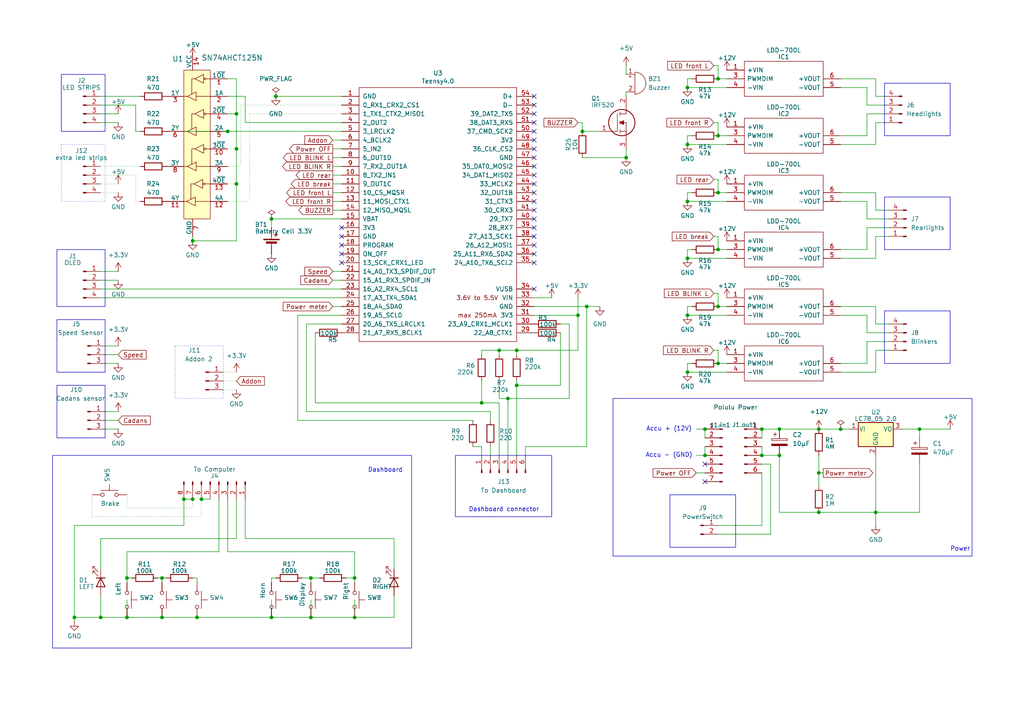
<source format=kicad_sch>
(kicad_sch (version 20231120) (generator "eeschema") (generator_version "8.0")
  (paper "A4")
  (title_block (title "VeloDashboard") (rev "v2") (company "Jan den Besten") (comment 1 "www.jandenbesten.net"))
  (junction (at 226.06 124.46))
  (junction (at 170.18 88.9))
  (junction (at 168.91 38.1))
  (junction (at 102.87 179.07))
  (junction (at 29.21 179.07))
  (junction (at 102.87 167.64))
  (junction (at 46.99 179.07))
  (junction (at 208.28 22.86))
  (junction (at 149.86 111.76))
  (junction (at 243.84 124.46))
  (junction (at 181.61 45.72))
  (junction (at 204.47 124.46))
  (junction (at 68.58 53.34))
  (junction (at 208.28 55.88))
  (junction (at 68.58 43.18))
  (junction (at 208.28 39.37))
  (junction (at 66.04 38.1))
  (junction (at 237.49 124.46))
  (junction (at 36.83 167.64))
  (junction (at 90.17 167.64))
  (junction (at 208.28 105.41))
  (junction (at 55.88 144.78))
  (junction (at 58.42 144.78))
  (junction (at 36.83 179.07))
  (junction (at 237.49 137.16))
  (junction (at 199.39 107.95))
  (junction (at 237.49 148.59))
  (junction (at 220.98 132.08))
  (junction (at 53.34 144.78))
  (junction (at 57.15 179.07))
  (junction (at 90.17 179.07))
  (junction (at 46.99 167.64))
  (junction (at 80.01 27.94))
  (junction (at 78.74 63.5))
  (junction (at 199.39 25.4))
  (junction (at 199.39 58.42))
  (junction (at 139.7 116.84))
  (junction (at 204.47 132.08))
  (junction (at 78.74 179.07))
  (junction (at 266.7 124.46))
  (junction (at 199.39 74.93))
  (junction (at 144.78 101.6))
  (junction (at 220.98 124.46))
  (junction (at 199.39 41.91))
  (junction (at 147.32 115.57))
  (junction (at 208.28 72.39))
  (junction (at 55.88 69.85))
  (junction (at 21.59 179.07))
  (junction (at 149.86 101.6))
  (junction (at 226.06 132.08))
  (junction (at 199.39 91.44))
  (junction (at 254 148.59))
  (junction (at 68.58 33.02))
  (junction (at 208.28 88.9))
  (junction (at 167.64 91.44))
  (no_connect (at 154.94 60.96))
  (no_connect (at 154.94 35.56))
  (no_connect (at 154.94 83.82))
  (no_connect (at 154.94 53.34))
  (no_connect (at 154.94 73.66))
  (no_connect (at 204.47 139.7))
  (no_connect (at 99.06 73.66))
  (no_connect (at 154.94 38.1))
  (no_connect (at 154.94 48.26))
  (no_connect (at 154.94 33.02))
  (no_connect (at 204.47 134.62))
  (no_connect (at 154.94 50.8))
  (no_connect (at 99.06 71.12))
  (no_connect (at 154.94 43.18))
  (no_connect (at 154.94 27.94))
  (no_connect (at 154.94 40.64))
  (no_connect (at 154.94 68.58))
  (no_connect (at 154.94 71.12))
  (no_connect (at 154.94 58.42))
  (no_connect (at 99.06 68.58))
  (no_connect (at 154.94 63.5))
  (no_connect (at 154.94 66.04))
  (no_connect (at 154.94 76.2))
  (no_connect (at 154.94 45.72))
  (no_connect (at 154.94 30.48))
  (no_connect (at 99.06 76.2))
  (no_connect (at 154.94 55.88))
  (no_connect (at 99.06 66.04))
  (wire (pts (xy 208.28 152.4) (xy 220.98 152.4)))
  (wire (pts (xy 144.78 101.6) (xy 144.78 102.87)))
  (wire (pts (xy 78.74 173.99) (xy 78.74 179.07)))
  (wire (pts (xy 144.78 115.57) (xy 147.32 115.57)))
  (wire (pts (xy 243.84 88.9) (xy 254 88.9)))
  (wire (pts (xy 204.47 124.46) (xy 204.47 127)))
  (wire (pts (xy 149.86 111.76) (xy 149.86 132.08)))
  (wire (pts (xy 149.86 110.49) (xy 149.86 111.76)))
  (wire (pts (xy 39.37 50.8) (xy 39.37 58.42)) (stroke (width 0) (type dot)))
  (wire (pts (xy 251.46 63.5) (xy 251.46 58.42)))
  (wire (pts (xy 243.84 22.86) (xy 254 22.86)))
  (wire (pts (xy 139.7 101.6) (xy 144.78 101.6)))
  (wire (pts (xy 71.12 35.56) (xy 99.06 35.56)))
  (wire (pts (xy 26.67 149.86) (xy 26.67 143.51)) (stroke (width 0) (type dot)))
  (wire (pts (xy 199.39 22.86) (xy 200.66 22.86)))
  (wire (pts (xy 36.83 167.64) (xy 36.83 168.91)))
  (wire (pts (xy 96.52 55.88) (xy 99.06 55.88)))
  (wire (pts (xy 68.58 33.02) (xy 68.58 43.18)))
  (wire (pts (xy 53.34 144.78) (xy 55.88 144.78)))
  (wire (pts (xy 30.48 102.87) (xy 34.29 102.87)))
  (wire (pts (xy 39.37 38.1) (xy 40.64 38.1)))
  (wire (pts (xy 69.85 30.48) (xy 99.06 30.48)) (stroke (width 0) (type dot)))
  (wire (pts (xy 199.39 58.42) (xy 210.82 58.42)))
  (wire (pts (xy 96.52 58.42) (xy 99.06 58.42)))
  (wire (pts (xy 254 148.59) (xy 266.7 148.59)))
  (wire (pts (xy 208.28 85.09) (xy 208.28 88.9)))
  (wire (pts (xy 220.98 134.62) (xy 223.52 134.62)))
  (wire (pts (xy 68.58 144.78) (xy 68.58 156.21)))
  (wire (pts (xy 165.1 93.98) (xy 165.1 115.57)))
  (wire (pts (xy 55.88 167.64) (xy 57.15 167.64)))
  (wire (pts (xy 96.52 50.8) (xy 99.06 50.8)))
  (wire (pts (xy 149.86 101.6) (xy 149.86 102.87)))
  (wire (pts (xy 66.04 144.78) (xy 66.04 160.02)))
  (wire (pts (xy 154.94 91.44) (xy 167.64 91.44)))
  (wire (pts (xy 29.21 35.56) (xy 34.29 35.56)))
  (wire (pts (xy 254 101.6) (xy 257.81 101.6)))
  (wire (pts (xy 87.63 167.64) (xy 90.17 167.64)))
  (wire (pts (xy 139.7 101.6) (xy 139.7 102.87)))
  (wire (pts (xy 254 27.94) (xy 256.54 27.94)))
  (wire (pts (xy 78.74 179.07) (xy 90.17 179.07)))
  (wire (pts (xy 149.86 101.6) (xy 167.64 101.6)))
  (wire (pts (xy 142.24 119.38) (xy 88.9 119.38)))
  (wire (pts (xy 96.52 88.9) (xy 99.06 88.9)))
  (wire (pts (xy 257.81 63.5) (xy 251.46 63.5)))
  (wire (pts (xy 66.04 53.34) (xy 68.58 53.34)) (stroke (width 0) (type dot)))
  (wire (pts (xy 199.39 25.4) (xy 199.39 22.86)))
  (wire (pts (xy 167.64 86.36) (xy 167.64 91.44)))
  (wire (pts (xy 154.94 86.36) (xy 160.02 86.36)))
  (wire (pts (xy 36.83 143.51) (xy 36.83 147.32)) (stroke (width 0) (type dot)))
  (wire (pts (xy 64.77 113.03) (xy 68.58 113.03)) (stroke (width 0) (type dot)))
  (wire (pts (xy 29.21 179.07) (xy 29.21 172.72)))
  (wire (pts (xy 251.46 96.52) (xy 257.81 96.52)))
  (wire (pts (xy 170.18 88.9) (xy 173.99 88.9)))
  (wire (pts (xy 168.91 38.1) (xy 168.91 35.56)))
  (wire (pts (xy 96.52 53.34) (xy 99.06 53.34)))
  (wire (pts (xy 78.74 167.64) (xy 78.74 168.91)))
  (wire (pts (xy 90.17 167.64) (xy 90.17 168.91)))
  (wire (pts (xy 208.28 22.86) (xy 210.82 22.86)))
  (wire (pts (xy 237.49 124.46) (xy 243.84 124.46)))
  (wire (pts (xy 21.59 152.4) (xy 21.59 179.07)))
  (wire (pts (xy 46.99 167.64) (xy 46.99 168.91)))
  (wire (pts (xy 266.7 124.46) (xy 275.59 124.46)))
  (wire (pts (xy 36.83 167.64) (xy 38.1 167.64)))
  (wire (pts (xy 58.42 144.78) (xy 60.96 144.78)))
  (wire (pts (xy 63.5 144.78) (xy 63.5 160.02)))
  (wire (pts (xy 167.64 35.56) (xy 168.91 35.56)))
  (wire (pts (xy 254 60.96) (xy 254 55.88)))
  (wire (pts (xy 226.06 148.59) (xy 237.49 148.59)))
  (wire (pts (xy 29.21 81.28) (xy 34.29 81.28)))
  (wire (pts (xy 237.49 137.16) (xy 238.76 137.16)))
  (wire (pts (xy 53.34 38.1) (xy 66.04 38.1)))
  (wire (pts (xy 199.39 91.44) (xy 210.82 91.44)))
  (wire (pts (xy 72.39 33.02) (xy 72.39 58.42)) (stroke (width 0) (type dot)))
  (wire (pts (xy 208.28 105.41) (xy 210.82 105.41)))
  (wire (pts (xy 207.01 68.58) (xy 208.28 68.58)))
  (wire (pts (xy 21.59 152.4) (xy 53.34 152.4)))
  (wire (pts (xy 199.39 41.91) (xy 199.39 39.37)))
  (wire (pts (xy 251.46 91.44) (xy 251.46 96.52)))
  (wire (pts (xy 30.48 105.41) (xy 34.29 105.41)))
  (wire (pts (xy 36.83 179.07) (xy 46.99 179.07)))
  (wire (pts (xy 114.3 156.21) (xy 114.3 165.1)))
  (wire (pts (xy 144.78 101.6) (xy 149.86 101.6)))
  (wire (pts (xy 36.83 160.02) (xy 36.83 167.64)))
  (wire (pts (xy 96.52 40.64) (xy 99.06 40.64)))
  (wire (pts (xy 66.04 38.1) (xy 99.06 38.1)))
  (wire (pts (xy 71.12 27.94) (xy 71.12 35.56)))
  (wire (pts (xy 45.72 167.64) (xy 46.99 167.64)))
  (wire (pts (xy 199.39 74.93) (xy 210.82 74.93)))
  (wire (pts (xy 102.87 167.64) (xy 102.87 168.91)))
  (wire (pts (xy 139.7 129.54) (xy 139.7 132.08)))
  (wire (pts (xy 208.28 154.94) (xy 223.52 154.94)))
  (wire (pts (xy 208.28 101.6) (xy 208.28 105.41)))
  (wire (pts (xy 220.98 129.54) (xy 220.98 132.08)))
  (wire (pts (xy 266.7 134.62) (xy 266.7 148.59)))
  (wire (pts (xy 66.04 58.42) (xy 72.39 58.42)) (stroke (width 0) (type dot)))
  (wire (pts (xy 55.88 69.85) (xy 55.88 68.58)))
  (wire (pts (xy 34.29 119.38) (xy 30.48 119.38)))
  (wire (pts (xy 114.3 179.07) (xy 102.87 179.07)))
  (wire (pts (xy 162.56 93.98) (xy 165.1 93.98)))
  (wire (pts (xy 199.39 74.93) (xy 199.39 72.39)))
  (wire (pts (xy 102.87 160.02) (xy 102.87 167.64)))
  (wire (pts (xy 257.81 93.98) (xy 254 93.98)))
  (wire (pts (xy 29.21 33.02) (xy 34.29 33.02)))
  (wire (pts (xy 30.48 124.46) (xy 34.29 124.46)))
  (wire (pts (xy 251.46 99.06) (xy 251.46 105.41)))
  (wire (pts (xy 243.84 25.4) (xy 251.46 25.4)))
  (wire (pts (xy 199.39 55.88) (xy 200.66 55.88)))
  (wire (pts (xy 68.58 53.34) (xy 68.58 69.85)))
  (wire (pts (xy 96.52 48.26) (xy 99.06 48.26)))
  (wire (pts (xy 90.17 167.64) (xy 92.71 167.64)))
  (wire (pts (xy 96.52 45.72) (xy 99.06 45.72)))
  (wire (pts (xy 68.58 43.18) (xy 68.58 53.34)))
  (wire (pts (xy 86.36 91.44) (xy 86.36 121.92)))
  (wire (pts (xy 91.44 96.52) (xy 91.44 116.84)))
  (wire (pts (xy 226.06 124.46) (xy 237.49 124.46)))
  (wire (pts (xy 207.01 52.07) (xy 208.28 52.07)))
  (wire (pts (xy 57.15 167.64) (xy 57.15 168.91)))
  (wire (pts (xy 66.04 22.86) (xy 68.58 22.86)))
  (wire (pts (xy 243.84 72.39) (xy 251.46 72.39)))
  (wire (pts (xy 168.91 45.72) (xy 181.61 45.72)))
  (wire (pts (xy 66.04 160.02) (xy 102.87 160.02)))
  (wire (pts (xy 199.39 25.4) (xy 210.82 25.4)))
  (wire (pts (xy 266.7 124.46) (xy 266.7 127)))
  (wire (pts (xy 220.98 152.4) (xy 220.98 137.16)))
  (wire (pts (xy 243.84 91.44) (xy 251.46 91.44)))
  (wire (pts (xy 199.39 41.91) (xy 210.82 41.91)))
  (wire (pts (xy 114.3 179.07) (xy 114.3 172.72)))
  (wire (pts (xy 256.54 30.48) (xy 251.46 30.48)))
  (wire (pts (xy 237.49 132.08) (xy 237.49 137.16)))
  (wire (pts (xy 220.98 124.46) (xy 226.06 124.46)))
  (wire (pts (xy 149.86 111.76) (xy 162.56 111.76)))
  (wire (pts (xy 152.4 129.54) (xy 152.4 132.08)))
  (wire (pts (xy 29.21 83.82) (xy 99.06 83.82)))
  (wire (pts (xy 144.78 116.84) (xy 144.78 132.08)))
  (wire (pts (xy 91.44 116.84) (xy 139.7 116.84)))
  (wire (pts (xy 226.06 132.08) (xy 226.06 148.59)))
  (wire (pts (xy 29.21 30.48) (xy 39.37 30.48)))
  (wire (pts (xy 55.88 69.85) (xy 55.88 71.12)))
  (wire (pts (xy 78.74 167.64) (xy 80.01 167.64)))
  (wire (pts (xy 257.81 68.58) (xy 254 68.58)))
  (wire (pts (xy 68.58 107.95) (xy 64.77 107.95)) (stroke (width 0) (type dot)))
  (wire (pts (xy 66.04 48.26) (xy 69.85 48.26)) (stroke (width 0) (type dot)))
  (wire (pts (xy 257.81 60.96) (xy 254 60.96)))
  (wire (pts (xy 199.39 107.95) (xy 210.82 107.95)))
  (wire (pts (xy 243.84 74.93) (xy 254 74.93)))
  (wire (pts (xy 139.7 116.84) (xy 144.78 116.84)))
  (wire (pts (xy 29.21 86.36) (xy 99.06 86.36)))
  (wire (pts (xy 29.21 50.8) (xy 39.37 50.8)) (stroke (width 0) (type dot)))
  (wire (pts (xy 207.01 101.6) (xy 208.28 101.6)))
  (wire (pts (xy 208.28 52.07) (xy 208.28 55.88)))
  (wire (pts (xy 201.93 124.46) (xy 204.47 124.46)))
  (wire (pts (xy 36.83 173.99) (xy 36.83 179.07)))
  (wire (pts (xy 39.37 58.42) (xy 40.64 58.42)) (stroke (width 0) (type dot)))
  (wire (pts (xy 100.33 167.64) (xy 102.87 167.64)))
  (wire (pts (xy 208.28 55.88) (xy 210.82 55.88)))
  (wire (pts (xy 142.24 129.54) (xy 142.24 132.08)))
  (wire (pts (xy 199.39 91.44) (xy 199.39 88.9)))
  (wire (pts (xy 243.84 107.95) (xy 254 107.95)))
  (wire (pts (xy 256.54 35.56) (xy 254 35.56)))
  (wire (pts (xy 208.28 88.9) (xy 210.82 88.9)))
  (wire (pts (xy 254 35.56) (xy 254 41.91)))
  (wire (pts (xy 220.98 124.46) (xy 220.98 127)))
  (wire (pts (xy 55.88 16.51) (xy 55.88 15.24)))
  (wire (pts (xy 254 148.59) (xy 237.49 148.59)))
  (wire (pts (xy 208.28 72.39) (xy 210.82 72.39)))
  (wire (pts (xy 154.94 88.9) (xy 170.18 88.9)))
  (wire (pts (xy 78.74 66.04) (xy 78.74 63.5)))
  (wire (pts (xy 243.84 124.46) (xy 246.38 124.46)))
  (wire (pts (xy 39.37 30.48) (xy 39.37 38.1)))
  (wire (pts (xy 207.01 85.09) (xy 208.28 85.09)))
  (wire (pts (xy 96.52 60.96) (xy 99.06 60.96)))
  (wire (pts (xy 257.81 99.06) (xy 251.46 99.06)))
  (wire (pts (xy 207.01 35.56) (xy 208.28 35.56)))
  (wire (pts (xy 181.61 43.18) (xy 181.61 45.72)))
  (wire (pts (xy 21.59 180.34) (xy 21.59 179.07)))
  (wire (pts (xy 220.98 132.08) (xy 226.06 132.08)))
  (wire (pts (xy 243.84 105.41) (xy 251.46 105.41)))
  (wire (pts (xy 181.61 27.94) (xy 181.61 26.67)))
  (wire (pts (xy 254 107.95) (xy 254 101.6)))
  (wire (pts (xy 251.46 66.04) (xy 251.46 72.39)))
  (wire (pts (xy 30.48 121.92) (xy 34.29 121.92)))
  (wire (pts (xy 256.54 33.02) (xy 251.46 33.02)))
  (wire (pts (xy 86.36 121.92) (xy 137.16 121.92)))
  (wire (pts (xy 29.21 55.88) (xy 34.29 55.88)) (stroke (width 0) (type dot)))
  (wire (pts (xy 237.49 137.16) (xy 237.49 140.97)))
  (wire (pts (xy 88.9 93.98) (xy 88.9 119.38)))
  (wire (pts (xy 69.85 30.48) (xy 69.85 48.26)) (stroke (width 0) (type dot)))
  (wire (pts (xy 243.84 41.91) (xy 254 41.91)))
  (wire (pts (xy 55.88 69.85) (xy 68.58 69.85)))
  (wire (pts (xy 251.46 33.02) (xy 251.46 39.37)))
  (wire (pts (xy 142.24 121.92) (xy 142.24 119.38)))
  (wire (pts (xy 29.21 179.07) (xy 36.83 179.07)))
  (wire (pts (xy 29.21 156.21) (xy 29.21 165.1)))
  (wire (pts (xy 58.42 144.78) (xy 58.42 149.86)) (stroke (width 0) (type dot)))
  (wire (pts (xy 254 132.08) (xy 254 148.59)))
  (wire (pts (xy 223.52 134.62) (xy 223.52 154.94)))
  (wire (pts (xy 137.16 129.54) (xy 139.7 129.54)))
  (wire (pts (xy 243.84 55.88) (xy 254 55.88)))
  (wire (pts (xy 72.39 33.02) (xy 99.06 33.02)) (stroke (width 0) (type dot)))
  (wire (pts (xy 102.87 173.99) (xy 102.87 179.07)))
  (wire (pts (xy 254 22.86) (xy 254 27.94)))
  (wire (pts (xy 99.06 91.44) (xy 86.36 91.44)))
  (wire (pts (xy 90.17 173.99) (xy 90.17 179.07)))
  (wire (pts (xy 55.88 144.78) (xy 55.88 147.32)) (stroke (width 0) (type dot)))
  (wire (pts (xy 243.84 58.42) (xy 251.46 58.42)))
  (wire (pts (xy 254 148.59) (xy 254 152.4)))
  (wire (pts (xy 71.12 144.78) (xy 71.12 156.21)))
  (wire (pts (xy 96.52 78.74) (xy 99.06 78.74)))
  (wire (pts (xy 257.81 66.04) (xy 251.46 66.04)))
  (wire (pts (xy 64.77 110.49) (xy 68.58 110.49)) (stroke (width 0) (type dot)))
  (wire (pts (xy 170.18 129.54) (xy 152.4 129.54)))
  (wire (pts (xy 88.9 93.98) (xy 99.06 93.98)))
  (wire (pts (xy 90.17 179.07) (xy 102.87 179.07)))
  (wire (pts (xy 207.01 19.05) (xy 208.28 19.05)))
  (wire (pts (xy 26.67 149.86) (xy 58.42 149.86)) (stroke (width 0) (type dot)))
  (wire (pts (xy 80.01 27.94) (xy 99.06 27.94)))
  (wire (pts (xy 162.56 96.52) (xy 162.56 111.76)))
  (wire (pts (xy 199.39 107.95) (xy 199.39 105.41)))
  (wire (pts (xy 170.18 88.9) (xy 170.18 129.54)))
  (wire (pts (xy 34.29 100.33) (xy 30.48 100.33)))
  (wire (pts (xy 29.21 156.21) (xy 68.58 156.21)))
  (wire (pts (xy 208.28 68.58) (xy 208.28 72.39)))
  (wire (pts (xy 78.74 63.5) (xy 99.06 63.5)))
  (wire (pts (xy 21.59 179.07) (xy 29.21 179.07)))
  (wire (pts (xy 36.83 147.32) (xy 55.88 147.32)) (stroke (width 0) (type dot)))
  (wire (pts (xy 66.04 43.18) (xy 68.58 43.18)) (stroke (width 0) (type dot)))
  (wire (pts (xy 199.39 58.42) (xy 199.39 55.88)))
  (wire (pts (xy 147.32 115.57) (xy 147.32 132.08)))
  (wire (pts (xy 63.5 160.02) (xy 36.83 160.02)))
  (wire (pts (xy 254 68.58) (xy 254 74.93)))
  (wire (pts (xy 204.47 129.54) (xy 204.47 132.08)))
  (wire (pts (xy 147.32 115.57) (xy 165.1 115.57)))
  (wire (pts (xy 167.64 91.44) (xy 167.64 101.6)))
  (wire (pts (xy 114.3 156.21) (xy 71.12 156.21)))
  (wire (pts (xy 254 93.98) (xy 254 88.9)))
  (wire (pts (xy 96.52 81.28) (xy 99.06 81.28)))
  (wire (pts (xy 29.21 27.94) (xy 40.64 27.94)))
  (wire (pts (xy 251.46 30.48) (xy 251.46 25.4)))
  (wire (pts (xy 29.21 48.26) (xy 40.64 48.26)) (stroke (width 0) (type dot)))
  (wire (pts (xy 46.99 167.64) (xy 48.26 167.64)))
  (wire (pts (xy 46.99 179.07) (xy 57.15 179.07)))
  (wire (pts (xy 144.78 110.49) (xy 144.78 115.57)))
  (wire (pts (xy 53.34 152.4) (xy 53.34 144.78)))
  (wire (pts (xy 96.52 43.18) (xy 99.06 43.18)))
  (wire (pts (xy 199.39 88.9) (xy 200.66 88.9)))
  (wire (pts (xy 243.84 39.37) (xy 251.46 39.37)))
  (wire (pts (xy 66.04 33.02) (xy 68.58 33.02)))
  (wire (pts (xy 199.39 72.39) (xy 200.66 72.39)))
  (wire (pts (xy 199.39 105.41) (xy 200.66 105.41)))
  (wire (pts (xy 208.28 19.05) (xy 208.28 22.86)))
  (wire (pts (xy 199.39 39.37) (xy 200.66 39.37)))
  (wire (pts (xy 29.21 53.34) (xy 34.29 53.34)) (stroke (width 0) (type dot)))
  (wire (pts (xy 57.15 179.07) (xy 78.74 179.07)))
  (wire (pts (xy 29.21 78.74) (xy 34.29 78.74)))
  (wire (pts (xy 201.93 137.16) (xy 204.47 137.16)))
  (wire (pts (xy 261.62 124.46) (xy 266.7 124.46)))
  (wire (pts (xy 139.7 116.84) (xy 139.7 110.49)))
  (wire (pts (xy 208.28 35.56) (xy 208.28 39.37)))
  (wire (pts (xy 201.93 132.08) (xy 204.47 132.08)))
  (wire (pts (xy 181.61 19.05) (xy 181.61 21.59)))
  (wire (pts (xy 68.58 22.86) (xy 68.58 33.02)))
  (wire (pts (xy 208.28 39.37) (xy 210.82 39.37)))
  (wire (pts (xy 66.04 27.94) (xy 71.12 27.94)))
  (wire (pts (xy 168.91 38.1) (xy 173.99 38.1)))
  (rectangle (start 16.51 111.76) (end 30.48 127))
  (rectangle (start 256.54 24.13) (end 275.59 39.37))
  (rectangle (start 256.54 90.17) (end 275.59 105.41))
  (rectangle (start 16.51 92.71) (end 30.48 107.95))
  (rectangle (start 194.31 143.51) (end 213.36 158.75))
  (rectangle (start 50.8 100.33) (end 64.77 115.57) (stroke (width 0) (type dot)))
  (rectangle (start 15.24 132.08) (end 119.38 187.96))
  (rectangle (start 132.08 132.08) (end 160.02 149.86))
  (rectangle (start 256.54 57.15) (end 275.59 72.39))
  (rectangle (start 17.78 41.91) (end 30.48 58.42) (stroke (width 0) (type dot)))
  (rectangle (start 16.51 72.39) (end 30.48 88.9))
  (rectangle (start 177.8 115.57) (end 281.94 161.29))
  (rectangle (start 17.78 21.59) (end 30.48 38.1))
  (text "Accu - (GND)" (at 194.056 132.08 0) (effects (font (size 1.27 1.27))))
  (text "Dashboard" (at 106.68 137.16 0) (effects (font (size 1.27 1.27)) (justify left bottom)))
  (text "Power" (at 275.59 160.02 0) (effects (font (size 1.27 1.27)) (justify left bottom)))
  (text "Accu + (12V)" (at 194.056 124.46 0) (effects (font (size 1.27 1.27))))
  (text "Dashboard connector" (at 135.89 148.59 0) (effects (font (size 1.27 1.27)) (justify left bottom)))
  (global_label "Power OFF" (shape output) (at 96.52 43.18 180) (property "Intersheetrefs" "${INTERSHEET_REFS}" (effects (hide yes))))
  (global_label "BUZZER" (shape input) (at 167.64 35.56 180) (property "Intersheetrefs" "${INTERSHEET_REFS}" (effects (hide yes))))
  (global_label "LED BLINK L" (shape input) (at 207.01 85.09 180) (property "Intersheetrefs" "${INTERSHEET_REFS}" (effects (hide yes))))
  (global_label "LED front L" (shape output) (at 96.52 55.88 180) (property "Intersheetrefs" "${INTERSHEET_REFS}" (effects (hide yes))))
  (global_label "LED front R" (shape input) (at 207.01 35.56 180) (property "Intersheetrefs" "${INTERSHEET_REFS}" (effects (hide yes))))
  (global_label "Speed" (shape input) (at 96.52 78.74 180) (property "Intersheetrefs" "${INTERSHEET_REFS}" (effects (hide yes))))
  (global_label "LED break" (shape input) (at 207.01 68.58 180) (property "Intersheetrefs" "${INTERSHEET_REFS}" (effects (hide yes))))
  (global_label "LED BLINK L" (shape output) (at 96.52 45.72 180) (property "Intersheetrefs" "${INTERSHEET_REFS}" (effects (hide yes))))
  (global_label "Power OFF" (shape input) (at 201.93 137.16 180) (property "Intersheetrefs" "${INTERSHEET_REFS}" (effects (hide yes))))
  (global_label "LED front L" (shape input) (at 207.01 19.05 180) (property "Intersheetrefs" "${INTERSHEET_REFS}" (effects (hide yes))))
  (global_label "LED break" (shape output) (at 96.52 53.34 180) (property "Intersheetrefs" "${INTERSHEET_REFS}" (effects (hide yes))))
  (global_label "BUZZER" (shape output) (at 96.52 60.96 180) (property "Intersheetrefs" "${INTERSHEET_REFS}" (effects (hide yes))))
  (global_label "LED rear" (shape input) (at 207.01 52.07 180) (property "Intersheetrefs" "${INTERSHEET_REFS}" (effects (hide yes))))
  (global_label "Addon" (shape input) (at 96.52 40.64 180) (property "Intersheetrefs" "${INTERSHEET_REFS}" (effects (hide yes))))
  (global_label "LED BLINK R" (shape output) (at 96.52 48.26 180) (property "Intersheetrefs" "${INTERSHEET_REFS}" (effects (hide yes))))
  (global_label "Speed" (shape input) (at 34.29 102.87 0) (property "Intersheetrefs" "${INTERSHEET_REFS}" (effects (hide yes))))
  (global_label "LED front R" (shape output) (at 96.52 58.42 180) (property "Intersheetrefs" "${INTERSHEET_REFS}" (effects (hide yes))))
  (global_label "Power meter" (shape input) (at 96.52 88.9 180) (property "Intersheetrefs" "${INTERSHEET_REFS}" (effects (hide yes))))
  (global_label "Power meter" (shape output) (at 238.76 137.16 0) (property "Intersheetrefs" "${INTERSHEET_REFS}" (effects (hide yes))))
  (global_label "Cadans" (shape input) (at 34.29 121.92 0) (property "Intersheetrefs" "${INTERSHEET_REFS}" (effects (hide yes))))
  (global_label "LED rear" (shape output) (at 96.52 50.8 180) (property "Intersheetrefs" "${INTERSHEET_REFS}" (effects (hide yes))))
  (global_label "Cadans" (shape input) (at 96.52 81.28 180) (property "Intersheetrefs" "${INTERSHEET_REFS}" (effects (hide yes))))
  (global_label "Addon" (shape input) (at 68.58 110.49 0) (property "Intersheetrefs" "${INTERSHEET_REFS}" (effects (hide yes))))
  (global_label "LED BLINK R" (shape input) (at 207.01 101.6 180) (property "Intersheetrefs" "${INTERSHEET_REFS}" (effects (hide yes))))
  (symbol (lib_id "VeloDashboard-rescue:Teensy4.0-teensy") (at 127 62.23 0) (unit 1)
    (property "Reference" "U3" (at 127 21.209 0))
    (property "Value" "Teensy4.0" (at 127 23.5204 0))
    (property "Footprint" "Teensy:Teensy40_SMT" (effects (hide yes)))
  )
  (symbol (lib_id "power:PWR_FLAG") (at 80.01 27.94 0) (unit 1)
    (property "Reference" "#FLG01" (effects (hide yes)))
    (property "Value" "PWR_FLAG" (at 80.01 22.86 0))
    (property "Description" "Special symbol for telling ERC where power comes from" (effects (hide yes)))
  )
  (symbol (lib_id "Device:LED") (at 29.21 168.91 270) (unit 1)
    (property "Reference" "D1" (at 22.86 168.259 90) (effects (justify left)))
    (property "Value" "LEFT" (at 22.86 170.18 90) (effects (justify left)))
    (property "Footprint" "LED_THT:LED_D5.0mm_Clear" (effects (hide yes)))
    (property "Description" "Light emitting diode" (effects (hide yes)))
  )
  (symbol (lib_id "power:+12V") (at 237.49 124.46 0) (unit 1)
    (property "Reference" "#PWR08" (effects (hide yes)))
    (property "Value" "+12V" (at 237.49 119.38 0))
    (property "Description" "Power symbol creates a global label with name \"+12V\"" (effects (hide yes)))
  )
  (symbol (lib_id "Device:R") (at 149.86 106.68 180) (unit 1)
    (property "Reference" "R8" (at 152.146 104.505 0) (effects (justify right)))
    (property "Value" "220k" (at 152.146 106.426 0) (effects (justify right)))
    (property "Footprint" "Resistor_THT:R_Axial_DIN0207_L6.3mm_D2.5mm_P10.16mm_Horizontal" (effects (hide yes)))
    (property "Description" "Resistor" (effects (hide yes)))
  )
  (symbol (lib_id "Device:C_Polarized") (at 266.7 130.81 0) (unit 1)
    (property "Reference" "C1" (at 270.51 128.6509 0) (effects (justify left)))
    (property "Value" "470µF" (at 270.51 131.1909 0) (effects (justify left)))
    (property "Footprint" "Capacitor_THT:CP_Radial_D10.0mm_P7.50mm" (effects (hide yes)))
    (property "Description" "Polarized capacitor" (effects (hide yes)))
  )
  (symbol (lib_id "Regulator_Linear:LM7805_TO220") (at 254 124.46 0) (unit 1)
    (property "Reference" "U2" (at 254 119.5451 0))
    (property "Value" "LC78_05 2.0" (at 254 121.4661 0))
    (property "Footprint" "Package_TO_SOT_THT:TO-220-3_Vertical" (effects (hide yes)))
    (property "Datasheet" "https://www.onsemi.cn/PowerSolutions/document/MC7800-D.PDF" (effects (hide yes)))
    (property "Description" "Positive 1A 35V Linear Regulator, Fixed Output 5V, TO-220" (effects (hide yes)))
  )
  (symbol (lib_id "power:GND") (at 34.29 124.46 0) (unit 1)
    (property "Reference" "#PWR023" (effects (hide yes)))
    (property "Value" "GND" (at 34.29 128.5955 0))
    (property "Description" "Power symbol creates a global label with name \"GND\" , ground" (effects (hide yes)))
  )
  (symbol (lib_id "Connector:Conn_01x04_Pin") (at 24.13 81.28 0) (unit 1)
    (property "Reference" "J1" (at 21.082 74.279 0))
    (property "Value" "OLED" (at 21.082 76.2 0))
    (property "Footprint" "Connector_PinHeader_2.54mm:PinHeader_1x04_P2.54mm_Horizontal" (effects (hide yes)))
    (property "Description" "Generic connector, single row, 01x04, script generated" (effects (hide yes)))
  )
  (symbol (lib_id "Device:R") (at 237.49 128.27 0) (unit 1)
    (property "Reference" "R1" (at 239.268 127.6263 0) (effects (justify left)))
    (property "Value" "4M" (at 239.268 129.5473 0) (effects (justify left)))
    (property "Footprint" "Resistor_THT:R_Axial_DIN0207_L6.3mm_D2.5mm_P10.16mm_Horizontal" (effects (hide yes)))
    (property "Description" "Resistor" (effects (hide yes)))
  )
  (symbol (lib_id "power:+12V") (at 210.82 86.36 0) (unit 1)
    (property "Reference" "#PWR030" (effects (hide yes)))
    (property "Value" "+12V" (at 210.82 82.8581 0))
    (property "Description" "Power symbol creates a global label with name \"+12V\"" (effects (hide yes)))
  )
  (symbol (lib_id "Device:R") (at 204.47 105.41 90) (unit 1)
    (property "Reference" "R20" (at 204.47 108.569 90))
    (property "Value" "47k" (at 204.47 110.49 90))
    (property "Footprint" "Resistor_THT:R_Axial_DIN0207_L6.3mm_D2.5mm_P10.16mm_Horizontal" (effects (hide yes)))
    (property "Description" "Resistor" (effects (hide yes)))
  )
  (symbol (lib_id "Switch:SW_Push") (at 78.74 173.99 270) (unit 1)
    (property "Reference" "SW6" (at 82.423 173.3463 90) (effects (justify left)))
    (property "Value" "Horn" (at 76.2 168.91 0) (effects (justify left)))
    (property "Footprint" "Button_Switch_THT:SW_PUSH-12mm" (effects (hide yes)))
    (property "Description" "Push button switch, generic, two pins" (effects (hide yes)))
  )
  (symbol (lib_id "power:GND") (at 199.39 58.42 0) (unit 1)
    (property "Reference" "#PWR018" (effects (hide yes)))
    (property "Value" "GND" (at 199.39 62.5555 0))
    (property "Description" "Power symbol creates a global label with name \"GND\" , ground" (effects (hide yes)))
  )
  (symbol (lib_id "power:+5V") (at 55.88 16.51 0) (unit 1)
    (property "Reference" "#PWR05" (effects (hide yes)))
    (property "Value" "+5V" (at 55.88 13.0081 0))
    (property "Description" "Power symbol creates a global label with name \"+5V\"" (effects (hide yes)))
  )
  (symbol (lib_id "LDD-700L:LDD-700L") (at 243.84 74.93 180) (unit 1)
    (property "Reference" "IC4" (at 227.33 66.04 0))
    (property "Value" "LDD-700L" (at 227.33 64.119 0))
    (property "Footprint" "LDD:LDD-XXXL" (effects (hide yes)))
    (property "Datasheet" "https://datasheet.datasheetarchive.com/originals/distributors/DKDS-14/277848.pdf" (effects (hide yes)))
    (property "Description" "LED Power Supplies 9-36Vin 2-32Vout 700mA LED Driver" (effects (hide yes)))
    (property "Mouser Part Number" "709-LDD-700L" (effects (hide yes)))
    (property "Mouser Price/Stock" "https://www.mouser.co.uk/ProductDetail/MEAN-WELL/LDD-700L?qs=erfQA2AIGbUwgFnDklbVsA%3D%3D" (effects (hide yes)))
    (property "Manufacturer_Name" "Mean Well" (effects (hide yes)))
    (property "Manufacturer_Part_Number" "LDD-700L" (effects (hide yes)))
  )
  (symbol (lib_id "power:+12V") (at 210.82 20.32 0) (unit 1)
    (property "Reference" "#PWR020" (effects (hide yes)))
    (property "Value" "+12V" (at 210.82 16.8181 0))
    (property "Description" "Power symbol creates a global label with name \"+12V\"" (effects (hide yes)))
  )
  (symbol (lib_id "Device:R") (at 44.45 58.42 90) (unit 1)
    (property "Reference" "R24" (at 44.45 53.34 90))
    (property "Value" "470" (at 44.45 55.88 90))
    (property "Footprint" "Resistor_THT:R_Axial_DIN0207_L6.3mm_D2.5mm_P10.16mm_Horizontal" (effects (hide yes)))
    (property "Description" "Resistor" (effects (hide yes)))
  )
  (symbol (lib_id "Connector:Conn_01x07_Pin") (at 209.55 132.08 0) (mirror y) (unit 1)
    (property "Reference" "J1.in1" (at 208.915 123.2949 0))
    (property "Value" "~" (at 208.915 123.2949 0))
    (property "Footprint" "Connector_PinHeader_2.54mm:PinHeader_1x07_P2.54mm_Horizontal" (effects (hide yes)))
    (property "Description" "Generic connector, single row, 01x07, script generated" (effects (hide yes)))
  )
  (symbol (lib_id "Device:Battery_Cell") (at 78.74 71.12 0) (unit 1)
    (property "Reference" "BT1" (at 73.914 65.135 0) (effects (justify left)))
    (property "Value" "Battery Cell 3.3V" (at 73.914 67.056 0) (effects (justify left)))
    (property "Footprint" "Battery:Battery_Panasonic_CR2032-HFN_Horizontal_CircularHoles" (effects (hide yes)))
    (property "Description" "Single-cell battery" (effects (hide yes)))
  )
  (symbol (lib_id "power:+3.3V") (at 34.29 78.74 0) (unit 1)
    (property "Reference" "#PWR03" (effects (hide yes)))
    (property "Value" "+3.3V" (at 34.29 73.9681 0))
    (property "Description" "Power symbol creates a global label with name \"+3.3V\"" (effects (hide yes)))
  )
  (symbol (lib_id "Device:R") (at 142.24 125.73 0) (unit 1)
    (property "Reference" "R10" (at 144.78 125.079 0) (effects (justify left)))
    (property "Value" "220" (at 144.78 127 0) (effects (justify left)))
    (property "Footprint" "Resistor_THT:R_Axial_DIN0207_L6.3mm_D2.5mm_P10.16mm_Horizontal" (effects (hide yes)))
    (property "Description" "Resistor" (effects (hide yes)))
  )
  (symbol (lib_id "power:GND") (at 68.58 113.03 0) (unit 1)
    (property "Reference" "#PWR027" (effects (hide yes)))
    (property "Value" "GND" (at 68.58 117.1655 0))
    (property "Description" "Power symbol creates a global label with name \"GND\" , ground" (effects (hide yes)))
  )
  (symbol (lib_id "LDD-700L:LDD-700L") (at 243.84 25.4 180) (unit 1)
    (property "Reference" "IC1" (at 227.33 16.51 0))
    (property "Value" "LDD-700L" (at 227.33 14.589 0))
    (property "Footprint" "LDD:LDD-XXXL" (effects (hide yes)))
    (property "Datasheet" "https://datasheet.datasheetarchive.com/originals/distributors/DKDS-14/277848.pdf" (effects (hide yes)))
    (property "Description" "LED Power Supplies 9-36Vin 2-32Vout 700mA LED Driver" (effects (hide yes)))
    (property "Mouser Part Number" "709-LDD-700L" (effects (hide yes)))
    (property "Mouser Price/Stock" "https://www.mouser.co.uk/ProductDetail/MEAN-WELL/LDD-700L?qs=erfQA2AIGbUwgFnDklbVsA%3D%3D" (effects (hide yes)))
    (property "Manufacturer_Name" "Mean Well" (effects (hide yes)))
    (property "Manufacturer_Part_Number" "LDD-700L" (effects (hide yes)))
  )
  (symbol (lib_id "Device:R") (at 96.52 167.64 90) (unit 1)
    (property "Reference" "R18" (at 96.52 163.6141 90))
    (property "Value" "100k" (at 96.52 165.5351 90))
    (property "Footprint" "Resistor_THT:R_Axial_DIN0207_L6.3mm_D2.5mm_P10.16mm_Horizontal" (effects (hide yes)))
    (property "Description" "Resistor" (effects (hide yes)))
  )
  (symbol (lib_id "Switch:SW_Push") (at 57.15 173.99 270) (unit 1)
    (property "Reference" "SW4" (at 60.833 173.3463 90) (effects (justify left)))
    (property "Value" "Up (lights)" (effects (hide yes)))
    (property "Footprint" "Button_Switch_THT:SW_PUSH-12mm" (effects (hide yes)))
    (property "Description" "Push button switch, generic, two pins" (effects (hide yes)))
  )
  (symbol (lib_id "power:GND") (at 199.39 41.91 0) (unit 1)
    (property "Reference" "#PWR017" (effects (hide yes)))
    (property "Value" "GND" (at 199.39 46.0455 0))
    (property "Description" "Power symbol creates a global label with name \"GND\" , ground" (effects (hide yes)))
  )
  (symbol (lib_id "Switch:SW_Push") (at 90.17 173.99 270) (unit 1)
    (property "Reference" "SW7" (at 93.853 173.3463 90) (effects (justify left)))
    (property "Value" "Display" (at 87.63 168.91 0) (effects (justify left)))
    (property "Footprint" "Button_Switch_THT:SW_PUSH-12mm" (effects (hide yes)))
    (property "Description" "Push button switch, generic, two pins" (effects (hide yes)))
  )
  (symbol (lib_id "power:+5V") (at 34.29 33.02 0) (unit 1)
    (property "Reference" "#PWR01" (effects (hide yes)))
    (property "Value" "+5V" (at 34.29 29.5181 0))
    (property "Description" "Power symbol creates a global label with name \"+5V\"" (effects (hide yes)))
  )
  (symbol (lib_id "Device:R") (at 158.75 96.52 90) (unit 1)
    (property "Reference" "R4" (at 161.29 98.552 90) (effects (justify left)))
    (property "Value" "100k" (at 161.29 96.631 90) (effects (justify left)))
    (property "Footprint" "Resistor_THT:R_Axial_DIN0207_L6.3mm_D2.5mm_P10.16mm_Horizontal" (effects (hide yes)))
    (property "Description" "Resistor" (effects (hide yes)))
  )
  (symbol (lib_id "Device:R") (at 52.07 167.64 90) (unit 1)
    (property "Reference" "R12" (at 52.07 163.6141 90))
    (property "Value" "100k" (at 52.07 165.5351 90))
    (property "Footprint" "Resistor_THT:R_Axial_DIN0207_L6.3mm_D2.5mm_P10.16mm_Horizontal" (effects (hide yes)))
    (property "Description" "Resistor" (effects (hide yes)))
  )
  (symbol (lib_id "power:GND") (at 173.99 88.9 0) (unit 1)
    (property "Reference" "#PWR035" (effects (hide yes)))
    (property "Value" "GND" (at 173.99 93.98 0))
    (property "Description" "Power symbol creates a global label with name \"GND\" , ground" (effects (hide yes)))
  )
  (symbol (lib_id "Device:R") (at 144.78 106.68 180) (unit 1)
    (property "Reference" "R7" (at 144.018 110.998 0) (effects (justify right)))
    (property "Value" "220k" (at 142.748 113.03 0) (effects (justify right)))
    (property "Footprint" "Resistor_THT:R_Axial_DIN0207_L6.3mm_D2.5mm_P10.16mm_Horizontal" (effects (hide yes)))
    (property "Description" "Resistor" (effects (hide yes)))
  )
  (symbol (lib_id "power:GND") (at 34.29 81.28 0) (unit 1)
    (property "Reference" "#PWR04" (effects (hide yes)))
    (property "Value" "GND" (at 34.29 85.4155 0))
    (property "Description" "Power symbol creates a global label with name \"GND\" , ground" (effects (hide yes)))
  )
  (symbol (lib_id "Device:R") (at 204.47 39.37 90) (unit 1)
    (property "Reference" "R14" (at 204.47 42.529 90))
    (property "Value" "47k" (at 204.47 44.45 90))
    (property "Footprint" "Resistor_THT:R_Axial_DIN0207_L6.3mm_D2.5mm_P10.16mm_Horizontal" (effects (hide yes)))
    (property "Description" "Resistor" (effects (hide yes)))
  )
  (symbol (lib_id "Switch:SW_Push") (at 46.99 173.99 270) (unit 1)
    (property "Reference" "SW3" (at 50.673 173.3463 90) (effects (justify left)))
    (property "Value" "Down (lights)" (effects (hide yes)))
    (property "Footprint" "Button_Switch_THT:SW_PUSH-12mm" (effects (hide yes)))
    (property "Description" "Push button switch, generic, two pins" (effects (hide yes)))
  )
  (symbol (lib_id "Device:LED") (at 114.3 168.91 270) (unit 1)
    (property "Reference" "D2" (at 107.95 168.259 90) (effects (justify left)))
    (property "Value" "RIGHT" (at 107.95 170.18 90) (effects (justify left)))
    (property "Footprint" "LED_THT:LED_D5.0mm_Clear" (effects (hide yes)))
    (property "Description" "Light emitting diode" (effects (hide yes)))
  )
  (symbol (lib_id "power:PWR_FLAG") (at 78.74 63.5 0) (unit 1)
    (property "Reference" "#FLG02" (effects (hide yes)))
    (property "Value" "PWR_FLAG" (effects (hide yes)))
    (property "Description" "Special symbol for telling ERC where power comes from" (effects (hide yes)))
  )
  (symbol (lib_id "power:+3.3V") (at 167.64 86.36 0) (unit 1)
    (property "Reference" "#PWR014" (effects (hide yes)))
    (property "Value" "+3.3V" (at 167.64 82.8581 0))
    (property "Description" "Power symbol creates a global label with name \"+3.3V\"" (effects (hide yes)))
  )
  (symbol (lib_id "LDD-700L:LDD-700L") (at 243.84 58.42 180) (unit 1)
    (property "Reference" "IC3" (at 227.33 49.53 0))
    (property "Value" "LDD-700L" (at 227.33 47.609 0))
    (property "Footprint" "LDD:LDD-XXXL" (effects (hide yes)))
    (property "Datasheet" "https://datasheet.datasheetarchive.com/originals/distributors/DKDS-14/277848.pdf" (effects (hide yes)))
    (property "Description" "LED Power Supplies 9-36Vin 2-32Vout 700mA LED Driver" (effects (hide yes)))
    (property "Mouser Part Number" "709-LDD-700L" (effects (hide yes)))
    (property "Mouser Price/Stock" "https://www.mouser.co.uk/ProductDetail/MEAN-WELL/LDD-700L?qs=erfQA2AIGbUwgFnDklbVsA%3D%3D" (effects (hide yes)))
    (property "Manufacturer_Name" "Mean Well" (effects (hide yes)))
    (property "Manufacturer_Part_Number" "LDD-700L" (effects (hide yes)))
  )
  (symbol (lib_id "Connector:Conn_01x04_Pin") (at 24.13 30.48 0) (unit 1)
    (property "Reference" "J2" (at 23.622 23.368 0))
    (property "Value" "LED STRIPS" (at 23.622 25.4 0))
    (property "Footprint" "Connector_PinHeader_2.54mm:PinHeader_1x04_P2.54mm_Horizontal" (effects (hide yes)))
    (property "Description" "Generic connector, single row, 01x04, script generated" (effects (hide yes)))
  )
  (symbol (lib_id "Device:Buzzer") (at 184.15 24.13 0) (unit 1)
    (property "Reference" "BZ1" (at 187.96 22.8599 0) (effects (justify left)))
    (property "Value" "Buzzer" (at 187.96 25.3999 0) (effects (justify left)))
  )
  (symbol (lib_id "LDD-700L:LDD-700L") (at 243.84 41.91 180) (unit 1)
    (property "Reference" "IC2" (at 227.33 33.02 0))
    (property "Value" "LDD-700L" (at 227.33 31.099 0))
    (property "Footprint" "LDD:LDD-XXXL" (effects (hide yes)))
    (property "Datasheet" "https://datasheet.datasheetarchive.com/originals/distributors/DKDS-14/277848.pdf" (effects (hide yes)))
    (property "Description" "LED Power Supplies 9-36Vin 2-32Vout 700mA LED Driver" (effects (hide yes)))
    (property "Mouser Part Number" "709-LDD-700L" (effects (hide yes)))
    (property "Mouser Price/Stock" "https://www.mouser.co.uk/ProductDetail/MEAN-WELL/LDD-700L?qs=erfQA2AIGbUwgFnDklbVsA%3D%3D" (effects (hide yes)))
    (property "Manufacturer_Name" "Mean Well" (effects (hide yes)))
    (property "Manufacturer_Part_Number" "LDD-700L" (effects (hide yes)))
  )
  (symbol (lib_id "Device:R") (at 139.7 106.68 180) (unit 1)
    (property "Reference" "R6" (at 135.128 106.029 0) (effects (justify right)))
    (property "Value" "220k" (at 132.588 107.95 0) (effects (justify right)))
    (property "Footprint" "Resistor_THT:R_Axial_DIN0207_L6.3mm_D2.5mm_P10.16mm_Horizontal" (effects (hide yes)))
    (property "Description" "Resistor" (effects (hide yes)))
  )
  (symbol (lib_id "power:GND") (at 34.29 105.41 0) (unit 1)
    (property "Reference" "#PWR07" (effects (hide yes)))
    (property "Value" "GND" (at 34.29 109.5455 0))
    (property "Description" "Power symbol creates a global label with name \"GND\" , ground" (effects (hide yes)))
  )
  (symbol (lib_id "Connector:Conn_01x03_Pin") (at 59.69 110.49 0) (unit 1)
    (property "Reference" "J11" (at 56.388 101.6 0))
    (property "Value" "Addon 2" (at 57.658 104.14 0))
    (property "Footprint" "Connector_PinHeader_2.54mm:PinHeader_1x03_P2.54mm_Horizontal" (effects (hide yes)))
    (property "Description" "Generic connector, single row, 01x03, script generated" (effects (hide yes)))
  )
  (symbol (lib_id "dk_Logic-Buffers-Drivers-Receivers-Transceivers:SN74AHCT125N") (at 55.88 33.02 0) (mirror y) (unit 1)
    (property "Reference" "U1" (at 53.2383 17.0639 0) (effects (font (size 1.524 1.524)) (justify left)))
    (property "Value" "SN74AHCT125N" (at 76.2 16.764 0) (effects (font (size 1.524 1.524)) (justify left)))
    (property "Footprint" "Package_DIP:DIP-14_W7.62mm_Socket_LongPads" (effects (hide yes)))
    (property "Datasheet" "http://www.ti.com/general/docs/suppproductinfo.tsp?distId=10&gotoUrl=http%3A%2F%2Fwww.ti.com%2Flit%2Fgpn%2Fsn74ahct125" (effects (hide yes)))
    (property "Description" "IC BUF NON-INVERT 5.5V 14DIP" (effects (hide yes)))
    (property "Digi-Key_PN" "296-4655-5-ND" (effects (hide yes)))
    (property "MPN" "SN74AHCT125N" (effects (hide yes)))
    (property "Category" "Integrated Circuits (ICs)" (effects (hide yes)))
    (property "Family" "Logic - Buffers, Drivers, Receivers, Transceivers" (effects (hide yes)))
    (property "DK_Datasheet_Link" "http://www.ti.com/general/docs/suppproductinfo.tsp?distId=10&gotoUrl=http%3A%2F%2Fwww.ti.com%2Flit%2Fgpn%2Fsn74ahct125" (effects (hide yes)))
    (property "DK_Detail_Page" "/product-detail/en/texas-instruments/SN74AHCT125N/296-4655-5-ND/375798" (effects (hide yes)))
    (property "Manufacturer" "Texas Instruments" (effects (hide yes)))
    (property "Status" "Active" (effects (hide yes)))
  )
  (symbol (lib_id "power:GND") (at 80.01 27.94 0) (unit 1)
    (property "Reference" "#PWR034" (effects (hide yes)))
    (property "Value" "GND" (at 80.01 33.02 0))
    (property "Description" "Power symbol creates a global label with name \"GND\" , ground" (effects (hide yes)))
  )
  (symbol (lib_id "power:GND") (at 199.39 74.93 0) (unit 1)
    (property "Reference" "#PWR019" (effects (hide yes)))
    (property "Value" "GND" (at 199.39 79.0655 0))
    (property "Description" "Power symbol creates a global label with name \"GND\" , ground" (effects (hide yes)))
  )
  (symbol (lib_id "power:GND") (at 55.88 69.85 0) (unit 1)
    (property "Reference" "#PWR06" (effects (hide yes)))
    (property "Value" "GND" (at 55.88 73.9855 0))
    (property "Description" "Power symbol creates a global label with name \"GND\" , ground" (effects (hide yes)))
  )
  (symbol (lib_id "power:GND") (at 21.59 180.34 0) (unit 1)
    (property "Reference" "#PWR015" (effects (hide yes)))
    (property "Value" "GND" (at 21.59 184.4755 0))
    (property "Description" "Power symbol creates a global label with name \"GND\" , ground" (effects (hide yes)))
  )
  (symbol (lib_id "power:+5V") (at 181.61 19.05 0) (unit 1)
    (property "Reference" "#PWR037" (effects (hide yes)))
    (property "Value" "+5V" (at 181.61 13.97 0))
    (property "Description" "Power symbol creates a global label with name \"+5V\"" (effects (hide yes)))
  )
  (symbol (lib_id "Connector:Conn_01x04_Pin") (at 262.89 66.04 180) (unit 1)
    (property "Reference" "J7" (at 264.16 63.4999 0) (effects (justify right)))
    (property "Value" "Rearlights" (at 264.16 66.0399 0) (effects (justify right)))
    (property "Footprint" "Connector_PinHeader_2.54mm:PinHeader_1x04_P2.54mm_Horizontal" (effects (hide yes)))
    (property "Description" "Generic connector, single row, 01x04, script generated" (effects (hide yes)))
  )
  (symbol (lib_id "power:GND") (at 34.29 55.88 0) (unit 1)
    (property "Reference" "#PWR033" (effects (hide yes)))
    (property "Value" "GND" (at 34.29 60.0155 0))
    (property "Description" "Power symbol creates a global label with name \"GND\" , ground" (effects (hide yes)))
  )
  (symbol (lib_id "IRF520:IRF520") (at 173.99 38.1 0) (unit 1)
    (property "Reference" "Q1" (at 171.45 28.559 0) (effects (justify left)))
    (property "Value" "IRF520" (at 171.45 30.48 0) (effects (justify left)))
    (property "Footprint" "TO270P460X1020X2008-3P" (effects (hide yes)))
    (property "Description" "MOSFET N-Ch 100 Volt 10 Amp" (effects (hide yes)))
    (property "Height" "4.6" (effects (hide yes)))
    (property "Mouser Part Number" "511-IRF520" (effects (hide yes)))
    (property "Mouser Price/Stock" "https://www.mouser.co.uk/ProductDetail/STMicroelectronics/IRF520?qs=%2FcnINApUglMqLk371v6AuA%3D%3D" (effects (hide yes)))
    (property "Manufacturer_Name" "STMicroelectronics" (effects (hide yes)))
    (property "Manufacturer_Part_Number" "IRF520" (effects (hide yes)))
  )
  (symbol (lib_id "Connector:Conn_01x06_Pin") (at 144.78 137.16 90) (unit 1)
    (property "Reference" "J13" (at 146.05 139.7 90))
    (property "Value" "To Dashboard" (at 146.05 142.24 90))
    (property "Description" "Generic connector, single row, 01x06, script generated" (effects (hide yes)))
  )
  (symbol (lib_id "Device:R") (at 204.47 72.39 90) (unit 1)
    (property "Reference" "R16" (at 204.47 75.549 90))
    (property "Value" "47k" (at 204.47 77.47 90))
    (property "Footprint" "Resistor_THT:R_Axial_DIN0207_L6.3mm_D2.5mm_P10.16mm_Horizontal" (effects (hide yes)))
    (property "Description" "Resistor" (effects (hide yes)))
  )
  (symbol (lib_id "Switch:SW_Push") (at 31.75 143.51 0) (unit 1)
    (property "Reference" "SW5" (at 31.1063 139.827 90) (effects (justify left)))
    (property "Value" "Brake" (at 29.21 146.05 0) (effects (justify left)))
    (property "Footprint" "Button_Switch_THT:SW_PUSH-12mm" (effects (hide yes)))
    (property "Description" "Push button switch, generic, two pins" (effects (hide yes)))
  )
  (symbol (lib_id "Connector:Conn_01x02_Pin") (at 203.2 152.4 0) (unit 1)
    (property "Reference" "J9" (at 203.835 147.32 0))
    (property "Value" "PowerSwitch" (at 203.835 149.86 0))
    (property "Footprint" "Connector_PinHeader_2.54mm:PinHeader_1x02_P2.54mm_Horizontal" (effects (hide yes)))
    (property "Description" "Generic connector, single row, 01x02, script generated" (effects (hide yes)))
  )
  (symbol (lib_id "Switch:SW_Push") (at 36.83 173.99 270) (unit 1)
    (property "Reference" "SW2" (at 40.513 173.3463 90) (effects (justify left)))
    (property "Value" "Left" (at 34.29 168.91 0) (effects (justify left)))
    (property "Footprint" "Button_Switch_THT:SW_PUSH-12mm" (effects (hide yes)))
    (property "Description" "Push button switch, generic, two pins" (effects (hide yes)))
  )
  (symbol (lib_id "Device:R") (at 204.47 88.9 90) (unit 1)
    (property "Reference" "R19" (at 204.47 92.059 90))
    (property "Value" "47k" (at 204.47 93.98 90))
    (property "Footprint" "Resistor_THT:R_Axial_DIN0207_L6.3mm_D2.5mm_P10.16mm_Horizontal" (effects (hide yes)))
    (property "Description" "Resistor" (effects (hide yes)))
  )
  (symbol (lib_id "power:PWR_FLAG") (at 243.84 124.46 0) (unit 1)
    (property "Reference" "#FLG03" (effects (hide yes)))
    (property "Value" "PWR_FLAG" (effects (hide yes)))
    (property "Description" "Special symbol for telling ERC where power comes from" (effects (hide yes)))
  )
  (symbol (lib_id "Device:R") (at 237.49 144.78 0) (unit 1)
    (property "Reference" "R2" (at 239.268 144.1363 0) (effects (justify left)))
    (property "Value" "1M" (at 239.268 146.0573 0) (effects (justify left)))
    (property "Footprint" "Resistor_THT:R_Axial_DIN0207_L6.3mm_D2.5mm_P10.16mm_Horizontal" (effects (hide yes)))
    (property "Description" "Resistor" (effects (hide yes)))
  )
  (symbol (lib_id "power:+3.3V") (at 34.29 119.38 0) (unit 1)
    (property "Reference" "#PWR021" (effects (hide yes)))
    (property "Value" "+3.3V" (at 34.29 114.6081 0))
    (property "Description" "Power symbol creates a global label with name \"+3.3V\"" (effects (hide yes)))
  )
  (symbol (lib_id "power:+12V") (at 210.82 69.85 0) (unit 1)
    (property "Reference" "#PWR026" (effects (hide yes)))
    (property "Value" "+12V" (at 210.82 66.3481 0))
    (property "Description" "Power symbol creates a global label with name \"+12V\"" (effects (hide yes)))
  )
  (symbol (lib_id "Device:R") (at 137.16 125.73 0) (unit 1)
    (property "Reference" "R9" (at 130.81 125.079 0) (effects (justify left)))
    (property "Value" "220" (at 130.81 127 0) (effects (justify left)))
    (property "Footprint" "Resistor_THT:R_Axial_DIN0207_L6.3mm_D2.5mm_P10.16mm_Horizontal" (effects (hide yes)))
    (property "Description" "Resistor" (effects (hide yes)))
  )
  (symbol (lib_id "power:+12V") (at 210.82 102.87 0) (unit 1)
    (property "Reference" "#PWR032" (effects (hide yes)))
    (property "Value" "+12V" (at 210.82 99.3681 0))
    (property "Description" "Power symbol creates a global label with name \"+12V\"" (effects (hide yes)))
  )
  (symbol (lib_id "power:GND") (at 199.39 25.4 0) (unit 1)
    (property "Reference" "#PWR016" (effects (hide yes)))
    (property "Value" "GND" (at 199.39 29.5355 0))
    (property "Description" "Power symbol creates a global label with name \"GND\" , ground" (effects (hide yes)))
  )
  (symbol (lib_id "Connector:Conn_01x04_Pin") (at 24.13 50.8 0) (unit 1)
    (property "Reference" "J12" (at 23.622 43.688 0))
    (property "Value" "extra led strips" (at 23.622 45.72 0))
    (property "Footprint" "Connector_PinHeader_2.54mm:PinHeader_1x04_P2.54mm_Horizontal" (effects (hide yes)))
    (property "Description" "Generic connector, single row, 01x04, script generated" (effects (hide yes)))
  )
  (symbol (lib_id "power:+3.3V") (at 34.29 100.33 0) (unit 1)
    (property "Reference" "#PWR010" (effects (hide yes)))
    (property "Value" "+3.3V" (at 34.29 95.5581 0))
    (property "Description" "Power symbol creates a global label with name \"+3.3V\"" (effects (hide yes)))
  )
  (symbol (lib_id "Connector:Conn_01x04_Pin") (at 262.89 99.06 180) (unit 1)
    (property "Reference" "J8" (at 264.16 96.5199 0) (effects (justify right)))
    (property "Value" "Blinkers" (at 264.16 99.0599 0) (effects (justify right)))
    (property "Footprint" "Connector_PinHeader_2.54mm:PinHeader_1x04_P2.54mm_Horizontal" (effects (hide yes)))
    (property "Description" "Generic connector, single row, 01x04, script generated" (effects (hide yes)))
  )
  (symbol (lib_id "power:GND") (at 181.61 45.72 0) (unit 1)
    (property "Reference" "#PWR036" (effects (hide yes)))
    (property "Value" "GND" (at 181.61 49.8555 0))
  )
  (symbol (lib_id "power:GND") (at 199.39 91.44 0) (unit 1)
    (property "Reference" "#PWR028" (effects (hide yes)))
    (property "Value" "GND" (at 199.39 95.5755 0))
    (property "Description" "Power symbol creates a global label with name \"GND\" , ground" (effects (hide yes)))
  )
  (symbol (lib_id "power:+3.3V") (at 68.58 107.95 0) (unit 1)
    (property "Reference" "#PWR025" (effects (hide yes)))
    (property "Value" "+3.3V" (at 68.58 103.1781 0))
    (property "Description" "Power symbol creates a global label with name \"+3.3V\"" (effects (hide yes)))
  )
  (symbol (lib_id "Connector:Conn_01x06_Pin") (at 215.9 129.54 0) (unit 1)
    (property "Reference" "J1.out1" (at 215.9 123.19 0))
    (property "Value" "Polulu Power" (at 213.36 118.11 0))
    (property "Footprint" "Connector_PinHeader_2.54mm:PinHeader_1x06_P2.54mm_Horizontal" (effects (hide yes)))
    (property "Description" "Generic connector, single row, 01x06, script generated" (effects (hide yes)))
  )
  (symbol (lib_id "Device:R") (at 158.75 93.98 270) (unit 1)
    (property "Reference" "R3" (at 158.75 92.202 90) (effects (justify right)))
    (property "Value" "100k" (at 161.29 94.091 90) (effects (justify right)))
    (property "Footprint" "Resistor_THT:R_Axial_DIN0207_L6.3mm_D2.5mm_P10.16mm_Horizontal" (effects (hide yes)))
    (property "Description" "Resistor" (effects (hide yes)))
  )
  (symbol (lib_id "power:+12V") (at 210.82 53.34 0) (unit 1)
    (property "Reference" "#PWR024" (effects (hide yes)))
    (property "Value" "+12V" (at 210.82 49.8381 0))
    (property "Description" "Power symbol creates a global label with name \"+12V\"" (effects (hide yes)))
  )
  (symbol (lib_id "Device:R") (at 41.91 167.64 90) (unit 1)
    (property "Reference" "R11" (at 41.91 163.6141 90))
    (property "Value" "100k" (at 41.91 165.5351 90))
    (property "Footprint" "Resistor_THT:R_Axial_DIN0207_L6.3mm_D2.5mm_P10.16mm_Horizontal" (effects (hide yes)))
    (property "Description" "Resistor" (effects (hide yes)))
  )
  (symbol (lib_id "power:GND") (at 78.74 73.66 0) (unit 1)
    (property "Reference" "#PWR09" (effects (hide yes)))
    (property "Value" "GND" (at 78.74 77.7955 0))
    (property "Description" "Power symbol creates a global label with name \"GND\" , ground" (effects (hide yes)))
  )
  (symbol (lib_id "Device:R") (at 44.45 27.94 90) (unit 1)
    (property "Reference" "R21" (at 44.45 22.86 90))
    (property "Value" "470" (at 44.45 25.4 90))
    (property "Footprint" "Resistor_THT:R_Axial_DIN0207_L6.3mm_D2.5mm_P10.16mm_Horizontal" (effects (hide yes)))
    (property "Description" "Resistor" (effects (hide yes)))
  )
  (symbol (lib_id "power:GND") (at 199.39 107.95 0) (unit 1)
    (property "Reference" "#PWR029" (effects (hide yes)))
    (property "Value" "GND" (at 199.39 112.0855 0))
    (property "Description" "Power symbol creates a global label with name \"GND\" , ground" (effects (hide yes)))
  )
  (symbol (lib_id "Connector:Conn_01x08_Pin") (at 63.5 139.7 270) (unit 1)
    (property "Reference" "J4" (at 62.23 138.0283 90))
    (property "Value" "To Computer" (at 62.23 136.1073 90))
    (property "Footprint" "Connector_PinHeader_2.54mm:PinHeader_1x08_P2.54mm_Horizontal" (effects (hide yes)))
    (property "Description" "Generic connector, single row, 01x08, script generated" (effects (hide yes)))
  )
  (symbol (lib_id "power:+5V") (at 34.29 53.34 0) (unit 1)
    (property "Reference" "#PWR031" (effects (hide yes)))
    (property "Value" "+5V" (at 34.29 49.8381 0))
    (property "Description" "Power symbol creates a global label with name \"+5V\"" (effects (hide yes)))
  )
  (symbol (lib_id "Device:R") (at 95.25 96.52 90) (unit 1)
    (property "Reference" "R5" (at 97.79 98.552 90) (effects (justify left)))
    (property "Value" "100k" (at 97.79 96.631 90) (effects (justify left)))
    (property "Footprint" "Resistor_THT:R_Axial_DIN0207_L6.3mm_D2.5mm_P10.16mm_Horizontal" (effects (hide yes)))
    (property "Description" "Resistor" (effects (hide yes)))
  )
  (symbol (lib_id "Device:R") (at 204.47 22.86 90) (unit 1)
    (property "Reference" "R13" (at 204.47 26.019 90))
    (property "Value" "47k" (at 204.47 27.94 90))
    (property "Footprint" "Resistor_THT:R_Axial_DIN0207_L6.3mm_D2.5mm_P10.16mm_Horizontal" (effects (hide yes)))
    (property "Description" "Resistor" (effects (hide yes)))
  )
  (symbol (lib_id "Switch:SW_Push") (at 102.87 173.99 270) (unit 1)
    (property "Reference" "SW8" (at 106.553 173.3463 90) (effects (justify left)))
    (property "Value" "Right" (at 100.33 168.91 0) (effects (justify left)))
    (property "Footprint" "Button_Switch_THT:SW_PUSH-12mm" (effects (hide yes)))
    (property "Description" "Push button switch, generic, two pins" (effects (hide yes)))
  )
  (symbol (lib_id "power:+12V") (at 210.82 36.83 0) (unit 1)
    (property "Reference" "#PWR022" (effects (hide yes)))
    (property "Value" "+12V" (at 210.82 33.3281 0))
    (property "Description" "Power symbol creates a global label with name \"+12V\"" (effects (hide yes)))
  )
  (symbol (lib_id "Device:R") (at 44.45 48.26 90) (unit 1)
    (property "Reference" "R23" (at 44.45 43.18 90))
    (property "Value" "470" (at 44.45 45.72 90))
    (property "Footprint" "Resistor_THT:R_Axial_DIN0207_L6.3mm_D2.5mm_P10.16mm_Horizontal" (effects (hide yes)))
    (property "Description" "Resistor" (effects (hide yes)))
  )
  (symbol (lib_id "Device:R") (at 83.82 167.64 90) (unit 1)
    (property "Reference" "R17" (at 83.82 163.6141 90))
    (property "Value" "100k" (at 83.82 165.5351 90))
    (property "Footprint" "Resistor_THT:R_Axial_DIN0207_L6.3mm_D2.5mm_P10.16mm_Horizontal" (effects (hide yes)))
    (property "Description" "Resistor" (effects (hide yes)))
  )
  (symbol (lib_id "Device:R") (at 204.47 55.88 90) (unit 1)
    (property "Reference" "R15" (at 204.47 59.039 90))
    (property "Value" "47k" (at 204.47 60.96 90))
    (property "Footprint" "Resistor_THT:R_Axial_DIN0207_L6.3mm_D2.5mm_P10.16mm_Horizontal" (effects (hide yes)))
    (property "Description" "Resistor" (effects (hide yes)))
  )
  (symbol (lib_id "Connector:Conn_01x03_Pin") (at 25.4 121.92 0) (unit 1)
    (property "Reference" "J10" (at 22.098 113.03 0))
    (property "Value" "Cadans sensor" (at 23.368 115.57 0))
    (property "Footprint" "Connector_PinHeader_2.54mm:PinHeader_1x03_P2.54mm_Horizontal" (effects (hide yes)))
    (property "Description" "Generic connector, single row, 01x03, script generated" (effects (hide yes)))
  )
  (symbol (lib_id "power:GND") (at 254 152.4 0) (unit 1)
    (property "Reference" "#PWR011" (effects (hide yes)))
    (property "Value" "GND" (at 254 156.5355 0))
    (property "Description" "Power symbol creates a global label with name \"GND\" , ground" (effects (hide yes)))
  )
  (symbol (lib_id "Device:C_Polarized") (at 226.06 128.27 0) (unit 1)
    (property "Reference" "C2" (at 229.87 126.1109 0) (effects (justify left)))
    (property "Value" "10µF" (at 229.87 128.6509 0) (effects (justify left)))
    (property "Footprint" "Capacitor_THT:CP_Radial_D10.0mm_P7.50mm" (effects (hide yes)))
    (property "Description" "Polarized capacitor" (effects (hide yes)))
  )
  (symbol (lib_id "LDD-700L:LDD-700L") (at 243.84 107.95 180) (unit 1)
    (property "Reference" "IC6" (at 227.33 99.06 0))
    (property "Value" "LDD-700L" (at 227.33 97.139 0))
    (property "Footprint" "LDD:LDD-XXXL" (effects (hide yes)))
    (property "Datasheet" "https://datasheet.datasheetarchive.com/originals/distributors/DKDS-14/277848.pdf" (effects (hide yes)))
    (property "Description" "LED Power Supplies 9-36Vin 2-32Vout 700mA LED Driver" (effects (hide yes)))
    (property "Mouser Part Number" "709-LDD-700L" (effects (hide yes)))
    (property "Mouser Price/Stock" "https://www.mouser.co.uk/ProductDetail/MEAN-WELL/LDD-700L?qs=erfQA2AIGbUwgFnDklbVsA%3D%3D" (effects (hide yes)))
    (property "Manufacturer_Name" "Mean Well" (effects (hide yes)))
    (property "Manufacturer_Part_Number" "LDD-700L" (effects (hide yes)))
  )
  (symbol (lib_id "LDD-700L:LDD-700L") (at 243.84 91.44 180) (unit 1)
    (property "Reference" "IC5" (at 227.33 82.55 0))
    (property "Value" "LDD-700L" (at 227.33 80.629 0))
    (property "Footprint" "LDD:LDD-XXXL" (effects (hide yes)))
    (property "Datasheet" "https://datasheet.datasheetarchive.com/originals/distributors/DKDS-14/277848.pdf" (effects (hide yes)))
    (property "Description" "LED Power Supplies 9-36Vin 2-32Vout 700mA LED Driver" (effects (hide yes)))
    (property "Mouser Part Number" "709-LDD-700L" (effects (hide yes)))
    (property "Mouser Price/Stock" "https://www.mouser.co.uk/ProductDetail/MEAN-WELL/LDD-700L?qs=erfQA2AIGbUwgFnDklbVsA%3D%3D" (effects (hide yes)))
    (property "Manufacturer_Name" "Mean Well" (effects (hide yes)))
    (property "Manufacturer_Part_Number" "LDD-700L" (effects (hide yes)))
  )
  (symbol (lib_id "power:GND") (at 34.29 35.56 0) (unit 1)
    (property "Reference" "#PWR02" (effects (hide yes)))
    (property "Value" "GND" (at 34.29 39.6955 0))
    (property "Description" "Power symbol creates a global label with name \"GND\" , ground" (effects (hide yes)))
  )
  (symbol (lib_id "Device:R") (at 44.45 38.1 90) (unit 1)
    (property "Reference" "R22" (at 44.45 33.02 90))
    (property "Value" "470" (at 44.45 35.56 90))
    (property "Footprint" "Resistor_THT:R_Axial_DIN0207_L6.3mm_D2.5mm_P10.16mm_Horizontal" (effects (hide yes)))
    (property "Description" "Resistor" (effects (hide yes)))
  )
  (symbol (lib_id "Connector:Conn_01x03_Pin") (at 25.4 102.87 0) (unit 1)
    (property "Reference" "J5" (at 22.098 93.98 0))
    (property "Value" "Speed Sensor" (at 23.368 96.52 0))
    (property "Footprint" "Connector_PinHeader_2.54mm:PinHeader_1x03_P2.54mm_Horizontal" (effects (hide yes)))
    (property "Description" "Generic connector, single row, 01x03, script generated" (effects (hide yes)))
  )
  (symbol (lib_id "power:+5V") (at 275.59 124.46 0) (unit 1)
    (property "Reference" "#PWR012" (effects (hide yes)))
    (property "Value" "+5V" (at 275.59 120.9581 0))
    (property "Description" "Power symbol creates a global label with name \"+5V\"" (effects (hide yes)))
  )
  (symbol (lib_id "Connector:Conn_01x04_Pin") (at 261.62 33.02 180) (unit 1)
    (property "Reference" "J6" (at 262.89 30.4799 0) (effects (justify right)))
    (property "Value" "Headlights" (at 262.89 33.0199 0) (effects (justify right)))
    (property "Footprint" "Connector_PinHeader_2.54mm:PinHeader_1x04_P2.54mm_Horizontal" (effects (hide yes)))
    (property "Description" "Generic connector, single row, 01x04, script generated" (effects (hide yes)))
  )
  (symbol (lib_id "power:+5V") (at 160.02 86.36 0) (unit 1)
    (property "Reference" "#PWR013" (effects (hide yes)))
    (property "Value" "+5V" (at 160.02 82.8581 0))
    (property "Description" "Power symbol creates a global label with name \"+5V\"" (effects (hide yes)))
  )
  (symbol (lib_id "Device:R") (at 168.91 41.91 180) (unit 1)
    (property "Reference" "R25" (at 164.8841 41.91 90))
    (property "Value" "10k" (at 166.8051 41.91 90))
  )
)
</source>
